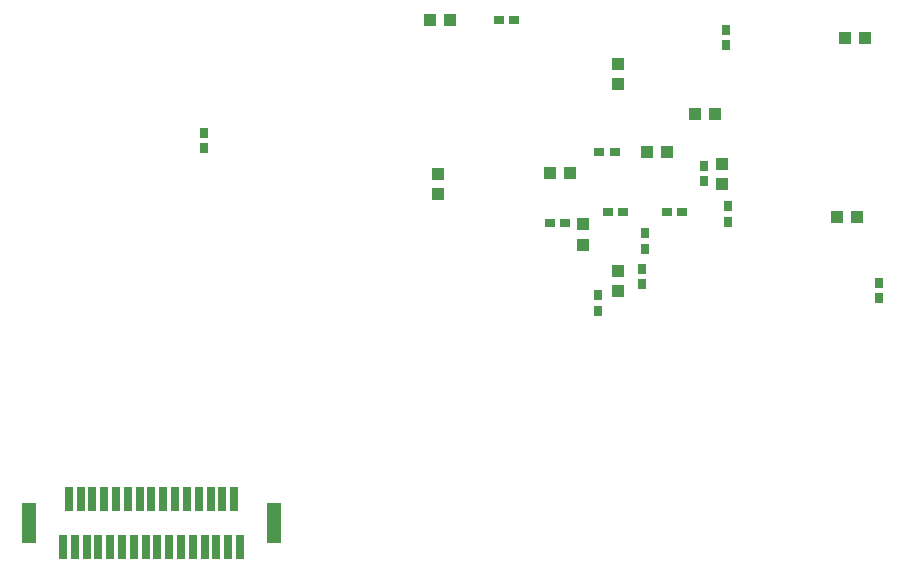
<source format=gbp>
%FSLAX24Y24*%
%MOIN*%
G70*
G01*
G75*
G04 Layer_Color=128*
G04 Layer_Color=128*
%ADD10R,0.0394X0.0433*%
%ADD11C,0.0177*%
%ADD12R,0.0748X0.0197*%
%ADD13R,0.0197X0.0748*%
%ADD14R,0.0177X0.0669*%
%ADD15R,0.0177X0.0669*%
%ADD16R,0.0500X0.1449*%
%ADD17R,0.0787X0.0551*%
%ADD18R,0.1083X0.0394*%
%ADD19R,0.0945X0.0354*%
%ADD20R,0.0433X0.0394*%
%ADD21R,0.1024X0.0945*%
%ADD22R,0.0630X0.0709*%
%ADD23R,0.0945X0.1024*%
%ADD24R,0.1000X0.1400*%
%ADD25R,0.0300X0.0600*%
%ADD26R,0.0709X0.0630*%
%ADD27R,0.0630X0.0512*%
%ADD28C,0.0060*%
%ADD29C,0.0120*%
%ADD30C,0.0100*%
%ADD31C,0.0200*%
%ADD32C,0.0110*%
%ADD33C,0.0160*%
%ADD34C,0.0300*%
%ADD35R,0.0591X0.0591*%
%ADD36C,0.0591*%
%ADD37C,0.1339*%
%ADD38C,0.1339*%
%ADD39C,0.0433*%
%ADD40C,0.0669*%
%ADD41C,0.0200*%
%ADD42C,0.0400*%
%ADD43R,0.0276X0.0354*%
%ADD44R,0.0354X0.0276*%
%ADD45R,0.0276X0.0787*%
%ADD46R,0.0512X0.1339*%
%ADD47C,0.0098*%
%ADD48C,0.0079*%
%ADD49C,0.0080*%
%ADD50C,0.0070*%
%ADD51C,0.0040*%
%ADD52C,0.0600*%
%ADD53C,0.0150*%
%ADD54R,0.0098X0.1575*%
D10*
X41400Y54335D02*
D03*
Y53665D02*
D03*
X35400Y50652D02*
D03*
Y49983D02*
D03*
X40256Y48976D02*
D03*
Y48306D02*
D03*
X44882Y50335D02*
D03*
Y51005D02*
D03*
X41400Y46748D02*
D03*
Y47417D02*
D03*
D20*
X49652Y55200D02*
D03*
X48983D02*
D03*
X35148Y55800D02*
D03*
X35817D02*
D03*
X49392Y49215D02*
D03*
X48723D02*
D03*
X39822Y50689D02*
D03*
X39153D02*
D03*
X44645Y52657D02*
D03*
X43976D02*
D03*
X43052Y51400D02*
D03*
X42383D02*
D03*
D43*
X45000Y55456D02*
D03*
Y54944D02*
D03*
X50098Y46515D02*
D03*
Y47027D02*
D03*
X27600Y51517D02*
D03*
Y52029D02*
D03*
X45079Y49074D02*
D03*
Y49586D02*
D03*
X40750Y46105D02*
D03*
Y46616D02*
D03*
X44291Y50926D02*
D03*
Y50414D02*
D03*
X42224Y47500D02*
D03*
Y46988D02*
D03*
X42323Y48169D02*
D03*
Y48681D02*
D03*
D44*
X37938Y55800D02*
D03*
X37427D02*
D03*
X39133Y49016D02*
D03*
X39645D02*
D03*
X40787Y51378D02*
D03*
X41299D02*
D03*
X43544Y49409D02*
D03*
X43032D02*
D03*
X41062Y49400D02*
D03*
X41573D02*
D03*
D45*
X28614Y39815D02*
D03*
X28811Y38240D02*
D03*
X28221Y39815D02*
D03*
X27827D02*
D03*
X27433D02*
D03*
X27039D02*
D03*
X26646D02*
D03*
X26252D02*
D03*
X25858D02*
D03*
X25465D02*
D03*
X25071D02*
D03*
X24677D02*
D03*
X24283D02*
D03*
X23890D02*
D03*
X23496D02*
D03*
X23102D02*
D03*
X28417Y38240D02*
D03*
X28024D02*
D03*
X27630D02*
D03*
X27236D02*
D03*
X26843D02*
D03*
X26449D02*
D03*
X26055D02*
D03*
X25661D02*
D03*
X25268D02*
D03*
X24874D02*
D03*
X24480D02*
D03*
X24087D02*
D03*
X23693D02*
D03*
X23299D02*
D03*
X22906D02*
D03*
D46*
X21783Y39028D02*
D03*
X29933D02*
D03*
M02*

</source>
